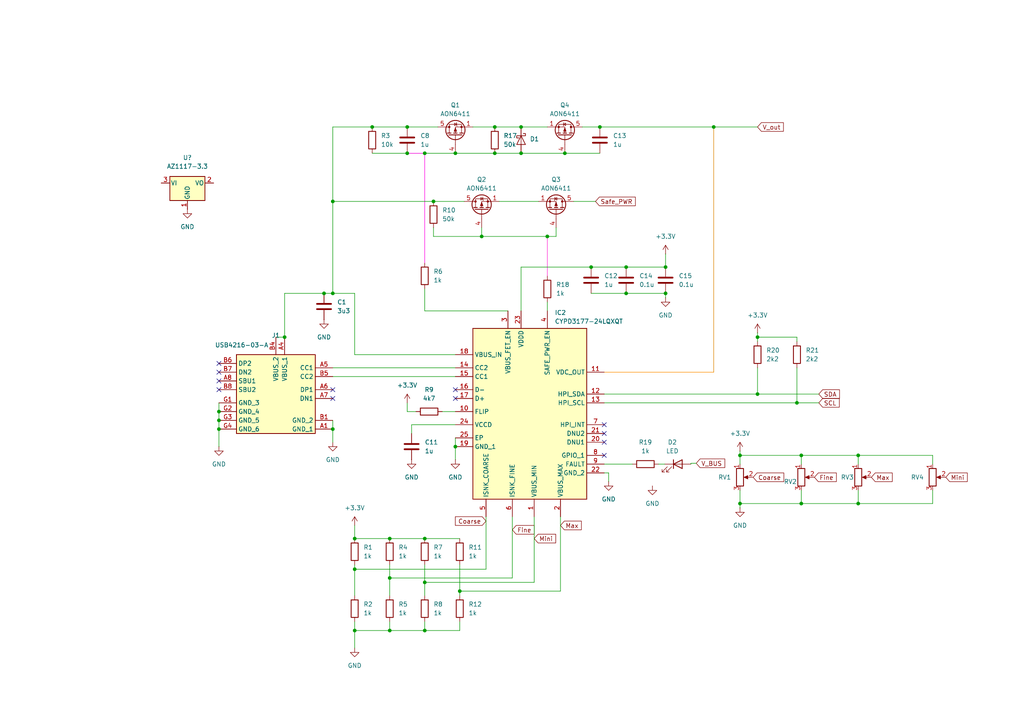
<source format=kicad_sch>
(kicad_sch (version 20250114) (generator "eeschema") (generator_version "9.0")
  (paper "A4")
  (lib_symbols
    (symbol "Amjads_Lib:CYPD3177-24LQXQT"
      (property "Reference" "IC" (at 21.844 30.226 0))
      (property "Value" "CYPD3177-24LQXQT" (at 20.828 27.686 0))
      (symbol "CYPD3177-24LQXQT_1_1"
        (rectangle (start -13.97 24.13) (end 19.05 -25.4) (stroke (width 0.254)) (fill (type background)))
        (pin passive line (at -19.05 16.51 0) (length 5.08) (name "VBUS_IN") (number "18"))
        (pin passive line (at -19.05 12.7 0) (length 5.08) (name "CC2") (number "14"))
        (pin passive line (at -19.05 10.16 0) (length 5.08) (name "CC1") (number "15"))
        (pin passive line (at -19.05 6.35 0) (length 5.08) (name "D-") (number "16"))
        (pin passive line (at -19.05 3.81 0) (length 5.08) (name "D+") (number "17"))
        (pin passive line (at -19.05 0 0) (length 5.08) (name "FLIP") (number "10"))
        (pin passive line (at -19.05 -3.81 0) (length 5.08) (name "VCCD") (number "24"))
        (pin passive line (at -19.05 -7.62 0) (length 5.08) (name "EP") (number "25"))
        (pin passive line (at -19.05 -10.16 0) (length 5.08) (name "GND_1") (number "19"))
        (pin passive line (at -10.16 -30.48 90) (length 5.08) (name "ISNK_COARSE") (number "5"))
        (pin passive line (at -3.81 29.21 270) (length 5.08) (name "VBUS_FET_EN") (number "3"))
        (pin passive line (at -2.54 -30.48 90) (length 5.08) (name "ISNK_FINE") (number "6"))
        (pin passive line (at 0 29.21 270) (length 5.08) (name "VDDD") (number "23"))
        (pin passive line (at 3.81 -30.48 90) (length 5.08) (name "VBUS_MIN") (number "1"))
        (pin passive line (at 7.62 29.21 270) (length 5.08) (name "SAFE_PWR_EN") (number "4"))
        (pin passive line (at 11.43 -30.48 90) (length 5.08) (name "VBUS_MAX") (number "2"))
        (pin passive line (at 24.13 11.43 180) (length 5.08) (name "VDC_OUT") (number "11"))
        (pin passive line (at 24.13 5.08 180) (length 5.08) (name "HPI_SDA") (number "12"))
        (pin passive line (at 24.13 2.54 180) (length 5.08) (name "HPI_SCL") (number "13"))
        (pin passive line (at 24.13 -3.81 180) (length 5.08) (name "HPI_INT") (number "7"))
        (pin passive line (at 24.13 -6.35 180) (length 5.08) (name "DNU2") (number "21"))
        (pin passive line (at 24.13 -8.89 180) (length 5.08) (name "DNU1") (number "20"))
        (pin passive line (at 24.13 -12.7 180) (length 5.08) (name "GPIO_1") (number "8"))
        (pin passive line (at 24.13 -15.24 180) (length 5.08) (name "FAULT") (number "9"))
        (pin passive line (at 24.13 -17.78 180) (length 5.08) (name "GND_2") (number "22"))
      )
    )
    (symbol "Amjads_Lib:USB4216-03-A"
      (property "Reference" "J?" (at 16.51 8.128 0))
      (property "Value" "USB4216-03-A" (at 16.256 10.16 0))
      (symbol "USB4216-03-A_1_1"
        (rectangle (start 5.08 2.54) (end 27.94 -20.32) (stroke (width 0.254)) (fill (type background)))
        (pin passive line (at 0 -1.27 0) (length 5.08) (name "CC1") (number "A5"))
        (pin passive line (at 0 -3.81 0) (length 5.08) (name "CC2") (number "B5"))
        (pin passive line (at 0 -7.62 0) (length 5.08) (name "DP1") (number "A6"))
        (pin passive line (at 0 -10.16 0) (length 5.08) (name "DN1") (number "A7"))
        (pin passive line (at 0 -16.51 0) (length 5.08) (name "GND_2") (number "B1"))
        (pin passive line (at 0 -19.05 0) (length 5.08) (name "GND_1") (number "A1"))
        (pin passive line (at 13.97 7.62 270) (length 5.08) (name "VBUS_1") (number "A4"))
        (pin passive line (at 16.51 7.62 270) (length 5.08) (name "VBUS_2") (number "B4"))
        (pin passive line (at 33.02 0 180) (length 5.08) (name "DP2") (number "B6"))
        (pin passive line (at 33.02 -2.54 180) (length 5.08) (name "DN2") (number "B7"))
        (pin passive line (at 33.02 -5.08 180) (length 5.08) (name "SBU1") (number "A8"))
        (pin passive line (at 33.02 -7.62 180) (length 5.08) (name "SBU2") (number "B8"))
        (pin passive line (at 33.02 -11.43 180) (length 5.08) (name "GND_3") (number "G1"))
        (pin passive line (at 33.02 -13.97 180) (length 5.08) (name "GND_4") (number "G2"))
        (pin passive line (at 33.02 -16.51 180) (length 5.08) (name "GND_5") (number "G3"))
        (pin passive line (at 33.02 -19.05 180) (length 5.08) (name "GND_6") (number "G4"))
      )
    )
    (symbol "Device:C" (pin_numbers (hide yes)) (pin_names (offset 0.254))
      (property "Reference" "C" (at 0.635 2.54 0))
      (property "Value" "C" (at 0.635 -2.54 0))
      (symbol "C_0_1"
        (polyline (pts (xy -2.032 0.762) (xy 2.032 0.762)) (stroke (width 0.508)))
        (polyline (pts (xy -2.032 -0.762) (xy 2.032 -0.762)) (stroke (width 0.508)))
      )
      (symbol "C_1_1"
        (pin passive line (at 0 3.81 270) (length 2.794) (name "~") (number "1"))
        (pin passive line (at 0 -3.81 90) (length 2.794) (name "~") (number "2"))
      )
    )
    (symbol "Device:LED" (pin_numbers (hide yes)) (pin_names (offset 1.016) (hide yes))
      (property "Reference" "D" (at 0 2.54 0))
      (property "Value" "LED" (at 0 -2.54 0))
      (symbol "LED_0_1"
        (polyline (pts (xy -3.048 -0.762) (xy -4.572 -2.286) (xy -3.81 -2.286) (xy -4.572 -2.286) (xy -4.572 -1.524)))
        (polyline (pts (xy -1.778 -0.762) (xy -3.302 -2.286) (xy -2.54 -2.286) (xy -3.302 -2.286) (xy -3.302 -1.524)))
        (polyline (pts (xy -1.27 0) (xy 1.27 0)))
        (polyline (pts (xy -1.27 -1.27) (xy -1.27 1.27)) (stroke (width 0.254)))
        (polyline (pts (xy 1.27 -1.27) (xy 1.27 1.27) (xy -1.27 0) (xy 1.27 -1.27)) (stroke (width 0.254)))
      )
      (symbol "LED_1_1"
        (pin passive line (at -3.81 0 0) (length 2.54) (name "K") (number "1"))
        (pin passive line (at 3.81 0 180) (length 2.54) (name "A") (number "2"))
      )
    )
    (symbol "Device:R" (pin_numbers (hide yes)) (pin_names (offset 0))
      (property "Reference" "R" (at 2.032 0 90))
      (property "Value" "R" (at 0 0 90))
      (symbol "R_0_1"
        (rectangle (start -1.016 -2.54) (end 1.016 2.54) (stroke (width 0.254)))
      )
      (symbol "R_1_1"
        (pin passive line (at 0 3.81 270) (length 1.27) (name "~") (number "1"))
        (pin passive line (at 0 -3.81 90) (length 1.27) (name "~") (number "2"))
      )
    )
    (symbol "Device:R_Potentiometer" (pin_names (offset 1.016) (hide yes))
      (property "Reference" "RV" (at -4.445 0 90))
      (property "Value" "R_Potentiometer" (at -2.54 0 90))
      (symbol "R_Potentiometer_0_1"
        (rectangle (start 1.016 2.54) (end -1.016 -2.54) (stroke (width 0.254)))
        (polyline (pts (xy 1.143 0) (xy 2.286 0.508) (xy 2.286 -0.508) (xy 1.143 0)) (fill (type outline)))
        (polyline (pts (xy 2.54 0) (xy 1.524 0)))
      )
      (symbol "R_Potentiometer_1_1"
        (pin passive line (at 0 3.81 270) (length 1.27) (name "1") (number "1"))
        (pin passive line (at 0 -3.81 90) (length 1.27) (name "3") (number "3"))
        (pin passive line (at 3.81 0 180) (length 1.27) (name "2") (number "2"))
      )
    )
    (symbol "Diode:PMEG030V050EPD" (pin_numbers (hide yes)) (pin_names (hide yes))
      (property "Reference" "D" (at 0 2.54 0))
      (property "Value" "PMEG030V050EPD" (at 0 -2.54 0))
      (symbol "PMEG030V050EPD_0_1"
        (polyline (pts (xy -1.905 0.635) (xy -1.905 1.27) (xy -1.27 1.27) (xy -1.27 -1.27) (xy -0.635 -1.27) (xy -0.635 -0.635)) (stroke (width 0.2032)))
        (polyline (pts (xy 1.27 1.27) (xy 1.27 -1.27) (xy -1.27 0) (xy 1.27 1.27)) (stroke (width 0.2032)))
        (polyline (pts (xy 1.27 0) (xy -1.27 0)))
      )
      (symbol "PMEG030V050EPD_1_1"
        (pin passive line (at -3.81 0 0) (length 2.54) (name "K") (number "3"))
        (pin passive line (at 3.81 0 180) (length 2.54) (name "A") (number "1"))
        (pin passive line (at 3.81 0 180) (length 2.54) (hide yes) (name "A") (number "2"))
      )
    )
    (symbol "Regulator_Linear:AZ1117-3.3" (pin_names (offset 0.254))
      (property "Reference" "U" (at -3.81 3.175 0))
      (property "Value" "AZ1117-3.3" (at 0 3.175 0))
      (symbol "AZ1117-3.3_0_1"
        (rectangle (start -5.08 1.905) (end 5.08 -5.08) (stroke (width 0.254)) (fill (type background)))
      )
      (symbol "AZ1117-3.3_1_1"
        (pin power_in line (at -7.62 0 0) (length 2.54) (name "VI") (number "3"))
        (pin power_in line (at 0 -7.62 90) (length 2.54) (name "GND") (number "1"))
        (pin power_out line (at 7.62 0 180) (length 2.54) (name "VO") (number "2"))
      )
    )
    (symbol "Transistor_FET:AON6411" (pin_names (hide yes))
      (property "Reference" "Q" (at 5.08 1.905 0))
      (property "Value" "AON6411" (at 5.08 0 0))
      (symbol "AON6411_0_1"
        (polyline (pts (xy 0.254 1.905) (xy 0.254 -1.905)) (stroke (width 0.254)))
        (polyline (pts (xy 0.254 0) (xy -2.54 0)))
        (polyline (pts (xy 0.762 2.286) (xy 0.762 1.27)) (stroke (width 0.254)))
        (polyline (pts (xy 0.762 1.778) (xy 3.302 1.778) (xy 3.302 -1.778) (xy 0.762 -1.778)))
        (polyline (pts (xy 0.762 0.508) (xy 0.762 -0.508)) (stroke (width 0.254)))
        (polyline (pts (xy 0.762 -1.27) (xy 0.762 -2.286)) (stroke (width 0.254)))
        (circle (center 1.651 0) (radius 2.794) (stroke (width 0.254)))
        (polyline (pts (xy 2.286 0) (xy 1.27 0.381) (xy 1.27 -0.381) (xy 2.286 0)) (fill (type outline)))
        (polyline (pts (xy 2.54 2.54) (xy 2.54 1.778)))
        (circle (center 2.54 1.778) (radius 0.254) (fill (type outline)))
        (circle (center 2.54 -1.778) (radius 0.254) (fill (type outline)))
        (polyline (pts (xy 2.54 -2.54) (xy 2.54 0) (xy 0.762 0)))
        (polyline (pts (xy 2.794 -0.508) (xy 2.921 -0.381) (xy 3.683 -0.381) (xy 3.81 -0.254)))
        (polyline (pts (xy 3.302 -0.381) (xy 2.921 0.254) (xy 3.683 0.254) (xy 3.302 -0.381)))
      )
      (symbol "AON6411_1_1"
        (pin input line (at -5.08 0 0) (length 2.54) (name "G") (number "4"))
        (pin passive line (at 2.54 5.08 270) (length 2.54) (name "D") (number "5"))
        (pin passive line (at 2.54 -5.08 90) (length 2.54) (name "S") (number "1"))
        (pin passive line (at 2.54 -5.08 90) (length 2.54) (hide yes) (name "S") (number "2"))
        (pin passive line (at 2.54 -5.08 90) (length 2.54) (hide yes) (name "S") (number "3"))
      )
    )
    (symbol "power:+3.3V" (power) (pin_numbers (hide yes)) (pin_names (offset 0) (hide yes))
      (property "Value" "+3.3V" (at 0 3.556 0))
      (symbol "+3.3V_0_1"
        (polyline (pts (xy -0.762 1.27) (xy 0 2.54)))
        (polyline (pts (xy 0 2.54) (xy 0.762 1.27)))
        (polyline (pts (xy 0 0) (xy 0 2.54)))
      )
      (symbol "+3.3V_1_1"
        (pin power_in line (at 0 0 90) (length 0) (name "~") (number "1"))
      )
    )
    (symbol "power:GND" (power) (pin_numbers (hide yes)) (pin_names (offset 0) (hide yes))
      (property "Value" "GND" (at 0 -3.81 0))
      (symbol "GND_0_1"
        (polyline (pts (xy 0 0) (xy 0 -1.27) (xy 1.27 -1.27) (xy 0 -2.54) (xy -1.27 -1.27) (xy 0 -1.27)))
      )
      (symbol "GND_1_1"
        (pin power_in line (at 0 0 270) (length 0) (name "~") (number "1"))
      )
    )
  )
  (junction (at 118.11 44.45))
  (junction (at 232.41 132.08))
  (junction (at 96.52 58.42))
  (junction (at 181.61 85.09))
  (junction (at 232.41 146.05))
  (junction (at 107.95 36.83))
  (junction (at 113.03 167.64))
  (junction (at 139.7 68.58))
  (junction (at 151.13 36.83))
  (junction (at 143.51 44.45))
  (junction (at 132.08 44.45))
  (junction (at 118.11 36.83))
  (junction (at 63.5 124.46))
  (junction (at 163.83 44.45))
  (junction (at 231.14 116.84))
  (junction (at 248.92 132.08))
  (junction (at 158.75 68.58))
  (junction (at 63.5 119.38))
  (junction (at 151.13 44.45))
  (junction (at 102.87 165.1))
  (junction (at 214.63 132.08))
  (junction (at 248.92 146.05))
  (junction (at 82.55 97.79))
  (junction (at 219.71 97.79))
  (junction (at 93.98 85.09))
  (junction (at 133.35 171.45))
  (junction (at 96.52 85.09))
  (junction (at 123.19 156.21))
  (junction (at 113.03 156.21))
  (junction (at 193.04 77.47))
  (junction (at 102.87 182.88))
  (junction (at 173.99 36.83))
  (junction (at 181.61 77.47))
  (junction (at 193.04 85.09))
  (junction (at 113.03 182.88))
  (junction (at 63.5 121.92))
  (junction (at 171.45 77.47))
  (junction (at 207.01 36.83))
  (junction (at 125.73 58.42))
  (junction (at 143.51 36.83))
  (junction (at 123.19 168.91))
  (junction (at 123.19 44.45))
  (junction (at 214.63 146.05))
  (junction (at 123.19 182.88))
  (junction (at 132.08 129.54))
  (junction (at 219.71 114.3))
  (junction (at 102.87 156.21))
  (junction (at 96.52 124.46))
  (no_connect (at 63.5 113.03))
  (no_connect (at 63.5 110.49))
  (no_connect (at 96.52 113.03))
  (no_connect (at 96.52 115.57))
  (no_connect (at 132.08 115.57))
  (no_connect (at 63.5 105.41))
  (no_connect (at 175.26 125.73))
  (no_connect (at 175.26 123.19))
  (no_connect (at 132.08 113.03))
  (no_connect (at 175.26 128.27))
  (no_connect (at 175.26 132.08))
  (no_connect (at 63.5 107.95))
  (wire (pts (xy 63.5 121.92) (xy 63.5 124.46)))
  (wire (pts (xy 82.55 85.09) (xy 82.55 97.79)))
  (wire (pts (xy 132.08 102.87) (xy 102.87 102.87)))
  (wire (pts (xy 123.19 90.17) (xy 147.32 90.17)))
  (wire (pts (xy 125.73 68.58) (xy 125.73 66.04)))
  (wire (pts (xy 207.01 36.83) (xy 207.01 107.95)) (stroke (width 0) (color 221 133 0 1)))
  (wire (pts (xy 102.87 165.1) (xy 102.87 172.72)))
  (wire (pts (xy 96.52 121.92) (xy 96.52 124.46)))
  (wire (pts (xy 113.03 182.88) (xy 123.19 182.88)))
  (wire (pts (xy 63.5 119.38) (xy 63.5 121.92)))
  (wire (pts (xy 63.5 116.84) (xy 63.5 119.38)))
  (wire (pts (xy 123.19 182.88) (xy 123.19 180.34)))
  (wire (pts (xy 96.52 124.46) (xy 96.52 128.27)))
  (wire (pts (xy 232.41 134.62) (xy 232.41 132.08)))
  (wire (pts (xy 113.03 180.34) (xy 113.03 182.88)))
  (wire (pts (xy 175.26 134.62) (xy 183.388 134.62)))
  (wire (pts (xy 143.51 44.45) (xy 151.13 44.45)))
  (wire (pts (xy 102.87 156.21) (xy 113.03 156.21)))
  (wire (pts (xy 219.71 106.68) (xy 219.71 114.3)))
  (wire (pts (xy 144.78 58.42) (xy 156.21 58.42)))
  (wire (pts (xy 200.406 134.366) (xy 200.406 134.62)))
  (wire (pts (xy 193.04 85.09) (xy 193.04 86.36)))
  (wire (pts (xy 200.406 134.366) (xy 201.93 134.366)))
  (wire (pts (xy 219.71 97.79) (xy 219.71 99.06)))
  (wire (pts (xy 163.83 44.45) (xy 173.99 44.45)))
  (wire (pts (xy 96.52 36.83) (xy 107.95 36.83)))
  (wire (pts (xy 231.14 99.06) (xy 231.14 97.79)))
  (wire (pts (xy 214.63 130.81) (xy 214.63 132.08)))
  (wire (pts (xy 175.26 137.16) (xy 176.53 137.16)))
  (wire (pts (xy 133.35 182.88) (xy 133.35 180.34)))
  (wire (pts (xy 171.45 85.09) (xy 181.61 85.09)))
  (wire (pts (xy 143.51 36.83) (xy 151.13 36.83)))
  (wire (pts (xy 175.26 114.3) (xy 219.71 114.3)))
  (wire (pts (xy 248.92 142.24) (xy 248.92 146.05)))
  (wire (pts (xy 125.73 68.58) (xy 139.7 68.58)))
  (wire (pts (xy 191.008 134.62) (xy 192.786 134.62)))
  (wire (pts (xy 93.98 85.09) (xy 96.52 85.09)))
  (wire (pts (xy 176.53 137.16) (xy 176.53 139.7)))
  (wire (pts (xy 219.71 114.3) (xy 237.49 114.3)))
  (wire (pts (xy 161.29 68.58) (xy 161.29 66.04)))
  (wire (pts (xy 102.87 163.83) (xy 102.87 165.1)))
  (wire (pts (xy 151.13 44.45) (xy 163.83 44.45)))
  (wire (pts (xy 119.38 123.19) (xy 119.38 125.73)))
  (wire (pts (xy 123.19 156.21) (xy 113.03 156.21)))
  (wire (pts (xy 270.51 132.08) (xy 248.92 132.08)))
  (wire (pts (xy 214.63 146.05) (xy 232.41 146.05)))
  (wire (pts (xy 139.7 68.58) (xy 139.7 66.04)))
  (wire (pts (xy 123.19 44.45) (xy 132.08 44.45)))
  (wire (pts (xy 96.52 109.22) (xy 132.08 109.22)))
  (wire (pts (xy 207.01 36.83) (xy 219.71 36.83)))
  (wire (pts (xy 96.52 85.09) (xy 102.87 85.09)))
  (wire (pts (xy 151.13 77.47) (xy 171.45 77.47)))
  (wire (pts (xy 102.87 182.88) (xy 113.03 182.88)))
  (wire (pts (xy 151.13 77.47) (xy 151.13 90.17)))
  (wire (pts (xy 93.98 85.09) (xy 82.55 85.09)))
  (wire (pts (xy 214.63 142.24) (xy 214.63 146.05)))
  (wire (pts (xy 123.19 163.83) (xy 123.19 168.91)))
  (wire (pts (xy 132.08 127) (xy 132.08 129.54)))
  (wire (pts (xy 154.94 149.86) (xy 154.94 168.91)))
  (wire (pts (xy 231.14 116.84) (xy 237.49 116.84)))
  (wire (pts (xy 113.03 167.64) (xy 148.59 167.64)))
  (wire (pts (xy 175.26 116.84) (xy 231.14 116.84)))
  (wire (pts (xy 158.75 68.58) (xy 161.29 68.58)))
  (wire (pts (xy 118.11 36.83) (xy 127 36.83)))
  (wire (pts (xy 219.71 96.52) (xy 219.71 97.79)))
  (wire (pts (xy 166.37 58.42) (xy 172.72 58.42)))
  (wire (pts (xy 102.87 180.34) (xy 102.87 182.88)))
  (wire (pts (xy 214.63 132.08) (xy 214.63 134.62)))
  (wire (pts (xy 128.27 119.38) (xy 132.08 119.38)))
  (wire (pts (xy 113.03 163.83) (xy 113.03 167.64)))
  (wire (pts (xy 171.45 77.47) (xy 181.61 77.47)))
  (wire (pts (xy 162.56 149.86) (xy 162.56 171.45)))
  (wire (pts (xy 102.87 102.87) (xy 102.87 85.09)))
  (wire (pts (xy 96.52 58.42) (xy 125.73 58.42)))
  (wire (pts (xy 173.99 36.83) (xy 207.01 36.83)))
  (wire (pts (xy 139.7 68.58) (xy 158.75 68.58)))
  (wire (pts (xy 219.71 97.79) (xy 231.14 97.79)))
  (wire (pts (xy 148.59 149.86) (xy 148.59 167.64)))
  (wire (pts (xy 214.63 132.08) (xy 232.41 132.08)))
  (wire (pts (xy 107.95 36.83) (xy 118.11 36.83)))
  (wire (pts (xy 168.91 36.83) (xy 173.99 36.83)))
  (wire (pts (xy 270.51 146.05) (xy 248.92 146.05)))
  (wire (pts (xy 140.97 149.86) (xy 140.97 165.1)))
  (wire (pts (xy 270.51 134.62) (xy 270.51 132.08)))
  (wire (pts (xy 232.41 142.24) (xy 232.41 146.05)))
  (wire (pts (xy 270.51 142.24) (xy 270.51 146.05)))
  (wire (pts (xy 140.97 165.1) (xy 102.87 165.1)))
  (wire (pts (xy 118.11 44.45) (xy 123.19 44.45)))
  (wire (pts (xy 123.19 83.82) (xy 123.19 90.17)))
  (wire (pts (xy 232.41 146.05) (xy 248.92 146.05)))
  (wire (pts (xy 181.61 77.47) (xy 193.04 77.47)))
  (wire (pts (xy 118.11 44.45) (xy 123.19 44.45)) (stroke (width 0) (color 255 0 228 1)))
  (wire (pts (xy 158.75 68.58) (xy 158.75 80.01)) (stroke (width 0) (color 255 36 210 1)))
  (wire (pts (xy 133.35 156.21) (xy 123.19 156.21)))
  (wire (pts (xy 137.16 36.83) (xy 143.51 36.83)))
  (wire (pts (xy 214.63 146.05) (xy 214.63 147.32)))
  (wire (pts (xy 154.94 168.91) (xy 123.19 168.91)))
  (wire (pts (xy 102.87 152.4) (xy 102.87 156.21)))
  (wire (pts (xy 102.87 187.96) (xy 102.87 182.88)))
  (wire (pts (xy 248.92 132.08) (xy 248.92 134.62)))
  (wire (pts (xy 113.03 167.64) (xy 113.03 172.72)))
  (wire (pts (xy 232.41 132.08) (xy 248.92 132.08)))
  (wire (pts (xy 63.5 124.46) (xy 63.5 129.54)))
  (wire (pts (xy 96.52 106.68) (xy 132.08 106.68)))
  (wire (pts (xy 132.08 123.19) (xy 119.38 123.19)))
  (wire (pts (xy 132.08 44.45) (xy 143.51 44.45)))
  (wire (pts (xy 123.19 168.91) (xy 123.19 172.72)))
  (wire (pts (xy 193.04 73.66) (xy 193.04 77.47)))
  (wire (pts (xy 175.26 107.95) (xy 207.01 107.95)) (stroke (width 0) (color 255 144 0 1)))
  (wire (pts (xy 133.35 163.83) (xy 133.35 171.45)))
  (wire (pts (xy 181.61 85.09) (xy 193.04 85.09)))
  (wire (pts (xy 96.52 36.83) (xy 96.52 58.42)))
  (wire (pts (xy 118.11 116.84) (xy 118.11 119.38)))
  (wire (pts (xy 123.19 44.45) (xy 123.19 76.2)) (stroke (width 0) (color 255 0 228 1)))
  (wire (pts (xy 132.08 129.54) (xy 132.08 133.35)))
  (wire (pts (xy 133.35 171.45) (xy 133.35 172.72)))
  (wire (pts (xy 158.75 87.63) (xy 158.75 90.17)))
  (wire (pts (xy 123.19 182.88) (xy 133.35 182.88)))
  (wire (pts (xy 118.11 119.38) (xy 120.65 119.38)))
  (wire (pts (xy 231.14 106.68) (xy 231.14 116.84)))
  (wire (pts (xy 151.13 36.83) (xy 158.75 36.83)))
  (wire (pts (xy 162.56 171.45) (xy 133.35 171.45)))
  (wire (pts (xy 96.52 58.42) (xy 96.52 85.09)))
  (wire (pts (xy 125.73 58.42) (xy 134.62 58.42)))
  (wire (pts (xy 107.95 44.45) (xy 118.11 44.45)))
  (wire (pts (xy 80.01 97.79) (xy 82.55 97.79)))
  (global_label "Coarse" (shape input) (at 140.97 151.13 180) (property "Intersheetrefs" "${INTERSHEET_REFS}" (effects (hide yes))))
  (global_label "Fine" (shape input) (at 148.59 153.67 0) (property "Intersheetrefs" "${INTERSHEET_REFS}" (effects (hide yes))))
  (global_label "Mini" (shape input) (at 274.32 138.43 0) (property "Intersheetrefs" "${INTERSHEET_REFS}" (effects (hide yes))))
  (global_label "V_BUS" (shape input) (at 201.93 134.366 0) (property "Intersheetrefs" "${INTERSHEET_REFS}" (effects (hide yes))))
  (global_label "SCL" (shape input) (at 237.49 116.84 0) (property "Intersheetrefs" "${INTERSHEET_REFS}" (effects (hide yes))))
  (global_label "Max" (shape input) (at 162.56 152.4 0) (property "Intersheetrefs" "${INTERSHEET_REFS}" (effects (hide yes))))
  (global_label "Fine" (shape input) (at 236.22 138.43 0) (property "Intersheetrefs" "${INTERSHEET_REFS}" (effects (hide yes))))
  (global_label "Mini" (shape input) (at 154.94 156.21 0) (property "Intersheetrefs" "${INTERSHEET_REFS}" (effects (hide yes))))
  (global_label "Coarse" (shape input) (at 218.44 138.43 0) (property "Intersheetrefs" "${INTERSHEET_REFS}" (effects (hide yes))))
  (global_label "Max" (shape input) (at 252.73 138.43 0) (property "Intersheetrefs" "${INTERSHEET_REFS}" (effects (hide yes))))
  (global_label "Safe_PWR" (shape input) (at 172.72 58.42 0) (property "Intersheetrefs" "${INTERSHEET_REFS}" (effects (hide yes))))
  (global_label "SDA" (shape input) (at 237.49 114.3 0) (property "Intersheetrefs" "${INTERSHEET_REFS}" (effects (hide yes))))
  (global_label "V_out" (shape input) (at 219.71 36.83 0) (property "Intersheetrefs" "${INTERSHEET_REFS}" (effects (hide yes))))
  (symbol (lib_id "power:+3.3V") (at 118.11 116.84 0) (unit 1)
    (property "Reference" "#PWR07" (effects (hide yes)))
    (property "Value" "+3.3V" (at 118.11 111.76 0))
    (property "Description" "Power symbol creates a global label with name \"+3.3V\"" (effects (hide yes)))
  )
  (symbol (lib_id "Device:R") (at 123.19 160.02 180) (unit 1)
    (property "Reference" "R7" (at 125.73 158.7499 0) (effects (justify right)))
    (property "Value" "1k" (at 125.73 161.2899 0) (effects (justify right)))
    (property "Footprint" "Resistor_SMD:R_0805_2012Metric_Pad1.20x1.40mm_HandSolder" (effects (hide yes)))
    (property "Description" "Resistor" (effects (hide yes)))
  )
  (symbol (lib_id "Device:C") (at 173.99 40.64 0) (unit 1)
    (property "Reference" "C13" (at 177.8 39.3699 0) (effects (justify left)))
    (property "Value" "1u" (at 177.8 41.9099 0) (effects (justify left)))
    (property "Footprint" "Capacitor_SMD:C_0805_2012Metric_Pad1.18x1.45mm_HandSolder" (effects (hide yes)))
    (property "Description" "Unpolarized capacitor" (effects (hide yes)))
  )
  (symbol (lib_id "Device:R") (at 107.95 40.64 0) (unit 1)
    (property "Reference" "R3" (at 110.49 39.3699 0) (effects (justify left)))
    (property "Value" "10k" (at 110.49 41.9099 0) (effects (justify left)))
    (property "Footprint" "Resistor_SMD:R_0805_2012Metric_Pad1.20x1.40mm_HandSolder" (effects (hide yes)))
    (property "Description" "Resistor" (effects (hide yes)))
  )
  (symbol (lib_id "power:GND") (at 119.38 133.35 0) (unit 1)
    (property "Reference" "#PWR09" (effects (hide yes)))
    (property "Value" "GND" (at 119.38 138.43 0))
    (property "Description" "Power symbol creates a global label with name \"GND\" , ground" (effects (hide yes)))
  )
  (symbol (lib_id "Device:R_Potentiometer") (at 214.63 138.43 0) (unit 1)
    (property "Reference" "RV1" (at 212.09 138.4299 0) (effects (justify right)))
    (property "Value" "R_Potentiometer" (effects (hide yes)))
    (property "Footprint" "Potentiometer_THT:Potentiometer_Piher_PT-6-V_Vertical" (effects (hide yes)))
    (property "Description" "Potentiometer" (effects (hide yes)))
  )
  (symbol (lib_id "power:GND") (at 214.63 147.32 0) (unit 1)
    (property "Reference" "#PWR013" (effects (hide yes)))
    (property "Value" "GND" (at 214.63 152.4 0))
    (property "Description" "Power symbol creates a global label with name \"GND\" , ground" (effects (hide yes)))
  )
  (symbol (lib_id "Device:R") (at 133.35 160.02 180) (unit 1)
    (property "Reference" "R11" (at 135.89 158.7499 0) (effects (justify right)))
    (property "Value" "1k" (at 135.89 161.2899 0) (effects (justify right)))
    (property "Footprint" "Resistor_SMD:R_0805_2012Metric_Pad1.20x1.40mm_HandSolder" (effects (hide yes)))
    (property "Description" "Resistor" (effects (hide yes)))
  )
  (symbol (lib_id "Device:C") (at 181.61 81.28 0) (unit 1)
    (property "Reference" "C14" (at 185.42 80.0099 0) (effects (justify left)))
    (property "Value" "0.1u" (at 185.42 82.5499 0) (effects (justify left)))
    (property "Footprint" "Capacitor_SMD:C_0805_2012Metric_Pad1.18x1.45mm_HandSolder" (effects (hide yes)))
    (property "Description" "Unpolarized capacitor" (effects (hide yes)))
  )
  (symbol (lib_id "Device:R") (at 231.14 102.87 180) (unit 1)
    (property "Reference" "R21" (at 233.68 101.5999 0) (effects (justify right)))
    (property "Value" "2k2" (at 233.68 104.1399 0) (effects (justify right)))
    (property "Footprint" "Resistor_SMD:R_0805_2012Metric_Pad1.20x1.40mm_HandSolder" (effects (hide yes)))
    (property "Description" "Resistor" (effects (hide yes)))
  )
  (symbol (lib_id "power:GND") (at 189.23 140.97 0) (unit 1)
    (property "Reference" "#PWR06" (effects (hide yes)))
    (property "Value" "GND" (at 189.23 146.05 0))
    (property "Description" "Power symbol creates a global label with name \"GND\" , ground" (effects (hide yes)))
  )
  (symbol (lib_id "Device:R") (at 102.87 176.53 180) (unit 1)
    (property "Reference" "R2" (at 105.41 175.2599 0) (effects (justify right)))
    (property "Value" "1k" (at 105.41 177.7999 0) (effects (justify right)))
    (property "Footprint" "Resistor_SMD:R_0805_2012Metric_Pad1.20x1.40mm_HandSolder" (effects (hide yes)))
    (property "Description" "Resistor" (effects (hide yes)))
  )
  (symbol (lib_id "power:GND") (at 93.98 92.71 0) (mirror y) (unit 1)
    (property "Reference" "#PWR03" (effects (hide yes)))
    (property "Value" "GND" (at 93.98 97.79 0))
    (property "Description" "Power symbol creates a global label with name \"GND\" , ground" (effects (hide yes)))
  )
  (symbol (lib_id "Device:R_Potentiometer") (at 270.51 138.43 0) (unit 1)
    (property "Reference" "RV4" (at 267.97 138.4299 0) (effects (justify right)))
    (property "Value" "R_Potentiometer" (effects (hide yes)))
    (property "Footprint" "Potentiometer_THT:Potentiometer_Piher_PT-6-V_Vertical" (effects (hide yes)))
    (property "Description" "Potentiometer" (effects (hide yes)))
  )
  (symbol (lib_id "Device:R") (at 219.71 102.87 180) (unit 1)
    (property "Reference" "R20" (at 222.25 101.5999 0) (effects (justify right)))
    (property "Value" "2k2" (at 222.25 104.1399 0) (effects (justify right)))
    (property "Footprint" "Resistor_SMD:R_0805_2012Metric_Pad1.20x1.40mm_HandSolder" (effects (hide yes)))
    (property "Description" "Resistor" (effects (hide yes)))
  )
  (symbol (lib_id "Device:R") (at 123.19 80.01 0) (unit 1)
    (property "Reference" "R6" (at 125.73 78.7399 0) (effects (justify left)))
    (property "Value" "1k" (at 125.73 81.2799 0) (effects (justify left)))
    (property "Footprint" "Resistor_SMD:R_0805_2012Metric_Pad1.20x1.40mm_HandSolder" (effects (hide yes)))
    (property "Description" "Resistor" (effects (hide yes)))
  )
  (symbol (lib_id "Device:R") (at 102.87 160.02 180) (unit 1)
    (property "Reference" "R1" (at 105.41 158.7499 0) (effects (justify right)))
    (property "Value" "1k" (at 105.41 161.2899 0) (effects (justify right)))
    (property "Footprint" "Resistor_SMD:R_0805_2012Metric_Pad1.20x1.40mm_HandSolder" (effects (hide yes)))
    (property "Description" "Resistor" (effects (hide yes)))
  )
  (symbol (lib_id "Device:R") (at 123.19 176.53 180) (unit 1)
    (property "Reference" "R8" (at 125.73 175.2599 0) (effects (justify right)))
    (property "Value" "1k" (at 125.73 177.7999 0) (effects (justify right)))
    (property "Footprint" "Resistor_SMD:R_0805_2012Metric_Pad1.20x1.40mm_HandSolder" (effects (hide yes)))
    (property "Description" "Resistor" (effects (hide yes)))
  )
  (symbol (lib_id "Transistor_FET:AON6411") (at 139.7 60.96 90) (unit 1)
    (property "Reference" "Q2" (at 139.7 52.07 90))
    (property "Value" "AON6411" (at 139.7 54.61 90))
    (property "Footprint" "Package_DFN_QFN:AO_DFN-8-1EP_5.55x5.2mm_P1.27mm_EP4.12x4.6mm" (effects (hide yes)))
    (property "Datasheet" "http://www.aosmd.com/res/data_sheets/AON6411.pdf" (effects (hide yes)))
    (property "Description" "-85A Id, -20V Vds, P-Channel MOSFET, DFN-8" (effects (hide yes)))
  )
  (symbol (lib_id "power:GND") (at 54.356 60.706 0) (mirror y) (unit 1)
    (property "Reference" "#PWR016" (effects (hide yes)))
    (property "Value" "GND" (at 54.356 65.786 0))
    (property "Description" "Power symbol creates a global label with name \"GND\" , ground" (effects (hide yes)))
  )
  (symbol (lib_id "Device:R_Potentiometer") (at 248.92 138.43 0) (unit 1)
    (property "Reference" "RV3" (at 247.65 138.43 0) (effects (justify right)))
    (property "Value" "R_Potentiometer" (effects (hide yes)))
    (property "Footprint" "Potentiometer_THT:Potentiometer_Piher_PT-6-V_Vertical" (effects (hide yes)))
    (property "Description" "Potentiometer" (effects (hide yes)))
  )
  (symbol (lib_id "power:GND") (at 132.08 133.35 0) (unit 1)
    (property "Reference" "#PWR08" (effects (hide yes)))
    (property "Value" "GND" (at 132.08 138.43 0))
    (property "Description" "Power symbol creates a global label with name \"GND\" , ground" (effects (hide yes)))
  )
  (symbol (lib_id "Device:R") (at 143.51 40.64 0) (unit 1)
    (property "Reference" "R17" (at 146.05 39.3699 0) (effects (justify left)))
    (property "Value" "50k" (at 146.05 41.9099 0) (effects (justify left)))
    (property "Footprint" "Resistor_SMD:R_0805_2012Metric_Pad1.20x1.40mm_HandSolder" (effects (hide yes)))
    (property "Description" "Resistor" (effects (hide yes)))
  )
  (symbol (lib_id "Amjads_Lib:USB4216-03-A") (at 96.52 105.41 0) (mirror y) (unit 1)
    (property "Reference" "J1" (at 80.01 97.282 0))
    (property "Value" "USB4216-03-A" (at 70.104 100.076 0))
    (property "Footprint" "Connector_USB:USB_C_Receptacle_GCT_USB4105-xx-A_16P_TopMnt_Horizontal" (effects (hide yes)))
    (property "Description" "USB Connectors USB C Receptacle, Short Body, USB2.0, 16Pin, Horizontal, SMT" (effects (hide yes)))
    (property "Mouser Part Number" "640-USB4216-03-A" (effects (hide yes)))
    (property "Mouser Price/Stock" "https://www.mouser.co.uk/ProductDetail/GCT/USB4216-03-A?qs=Tc%252BHE9vUsnv1G2UWLFIexA%3D%3D" (effects (hide yes)))
    (property "Manufacturer_Name" "GCT (GLOBAL CONNECTOR TECHNOLOGY)" (effects (hide yes)))
    (property "Manufacturer_Part_Number" "USB4216-03-A" (effects (hide yes)))
  )
  (symbol (lib_id "Device:R") (at 124.46 119.38 90) (unit 1)
    (property "Reference" "R9" (at 124.46 113.03 90))
    (property "Value" "4k7" (at 124.46 115.57 90))
    (property "Footprint" "Resistor_SMD:R_0805_2012Metric_Pad1.20x1.40mm_HandSolder" (effects (hide yes)))
    (property "Description" "Resistor" (effects (hide yes)))
  )
  (symbol (lib_id "Device:R_Potentiometer") (at 232.41 138.43 0) (unit 1)
    (property "Reference" "RV2" (at 231.14 139.7 0) (effects (justify right)))
    (property "Value" "R_Potentiometer" (effects (hide yes)))
    (property "Footprint" "Potentiometer_THT:Potentiometer_Piher_PT-6-V_Vertical" (effects (hide yes)))
    (property "Description" "Potentiometer" (effects (hide yes)))
  )
  (symbol (lib_id "Device:R") (at 125.73 62.23 0) (unit 1)
    (property "Reference" "R10" (at 128.27 60.9599 0) (effects (justify left)))
    (property "Value" "50k" (at 128.27 63.4999 0) (effects (justify left)))
    (property "Footprint" "Resistor_SMD:R_0805_2012Metric_Pad1.20x1.40mm_HandSolder" (effects (hide yes)))
    (property "Description" "Resistor" (effects (hide yes)))
  )
  (symbol (lib_id "Amjads_Lib:CYPD3177-24LQXQT") (at 151.13 119.38 0) (unit 1)
    (property "Reference" "IC2" (at 160.8933 90.678 0) (effects (justify left)))
    (property "Value" "CYPD3177-24LQXQT" (at 160.8933 93.218 0) (effects (justify left)))
    (property "Footprint" "Amjad_lib:CYPD3177-24LQXQT" (effects (hide yes)))
    (property "Datasheet" "https://www.cypress.com/file/460416/download" (effects (hide yes)))
    (property "Description" "USB Interface IC USB Type-C port controller  CYPD3177" (effects (hide yes)))
    (property "Height" "0.6" (effects (hide yes)))
    (property "Mouser Part Number" "727-CYPD3177-24LQXQT" (effects (hide yes)))
    (property "Mouser Price/Stock" "https://www.mouser.co.uk/ProductDetail/Infineon-Technologies/CYPD3177-24LQXQT?qs=PzGy0jfpSMvUfBLYWBYBLA%3D%3D" (effects (hide yes)))
    (property "Manufacturer_Name" "Infineon" (effects (hide yes)))
    (property "Manufacturer_Part_Number" "CYPD3177-24LQXQT" (effects (hide yes)))
  )
  (symbol (lib_id "Diode:PMEG030V050EPD") (at 151.13 40.64 270) (unit 1)
    (property "Reference" "D1" (at 153.67 40.3224 90) (effects (justify left)))
    (property "Value" "PMEG030V050EPD" (effects (hide yes)))
    (property "Footprint" "Package_TO_SOT_SMD:Nexperia_CFP15_SOT-1289" (effects (hide yes)))
    (property "Datasheet" "https://assets.nexperia.com/documents/data-sheet/PMEG030V050EPD.pdf" (effects (hide yes)))
    (property "Description" "30V, 5A low Vf MEGA Schottky barrier rectifier, SOT-1289" (effects (hide yes)))
  )
  (symbol (lib_id "power:GND") (at 193.04 86.36 0) (unit 1)
    (property "Reference" "#PWR04" (effects (hide yes)))
    (property "Value" "GND" (at 193.04 91.44 0))
    (property "Description" "Power symbol creates a global label with name \"GND\" , ground" (effects (hide yes)))
  )
  (symbol (lib_id "Regulator_Linear:AZ1117-3.3") (at 54.356 53.086 0) (unit 1)
    (property "Reference" "U?" (at 54.356 45.72 0))
    (property "Value" "AZ1117-3.3" (at 54.356 48.26 0))
    (property "Datasheet" "https://www.diodes.com/assets/Datasheets/AZ1117.pdf" (effects (hide yes)))
    (property "Description" "1A 20V Fixed LDO Linear Regulator, 3.3V, SOT-89/SOT-223/TO-220/TO-252/TO-263" (effects (hide yes)))
  )
  (symbol (lib_id "Device:R") (at 187.198 134.62 90) (unit 1)
    (property "Reference" "R19" (at 187.198 128.27 90))
    (property "Value" "1k" (at 187.198 130.81 90))
    (property "Footprint" "Resistor_SMD:R_0805_2012Metric_Pad1.20x1.40mm_HandSolder" (effects (hide yes)))
    (property "Description" "Resistor" (effects (hide yes)))
  )
  (symbol (lib_id "power:+3.3V") (at 219.71 96.52 0) (unit 1)
    (property "Reference" "#PWR014" (effects (hide yes)))
    (property "Value" "+3.3V" (at 219.71 91.44 0))
    (property "Description" "Power symbol creates a global label with name \"+3.3V\"" (effects (hide yes)))
  )
  (symbol (lib_id "Transistor_FET:AON6411") (at 132.08 39.37 90) (unit 1)
    (property "Reference" "Q1" (at 132.08 30.48 90))
    (property "Value" "AON6411" (at 132.08 33.02 90))
    (property "Footprint" "Package_DFN_QFN:AO_DFN-8-1EP_5.55x5.2mm_P1.27mm_EP4.12x4.6mm" (effects (hide yes)))
    (property "Datasheet" "http://www.aosmd.com/res/data_sheets/AON6411.pdf" (effects (hide yes)))
    (property "Description" "-85A Id, -20V Vds, P-Channel MOSFET, DFN-8" (effects (hide yes)))
  )
  (symbol (lib_id "power:GND") (at 63.5 129.54 0) (mirror y) (unit 1)
    (property "Reference" "#PWR02" (effects (hide yes)))
    (property "Value" "GND" (at 63.5 134.62 0))
    (property "Description" "Power symbol creates a global label with name \"GND\" , ground" (effects (hide yes)))
  )
  (symbol (lib_id "power:+3.3V") (at 214.63 130.81 0) (unit 1)
    (property "Reference" "#PWR012" (effects (hide yes)))
    (property "Value" "+3.3V" (at 214.63 125.73 0))
    (property "Description" "Power symbol creates a global label with name \"+3.3V\"" (effects (hide yes)))
  )
  (symbol (lib_id "Device:R") (at 133.35 176.53 180) (unit 1)
    (property "Reference" "R12" (at 135.89 175.2599 0) (effects (justify right)))
    (property "Value" "1k" (at 135.89 177.7999 0) (effects (justify right)))
    (property "Footprint" "Resistor_SMD:R_0805_2012Metric_Pad1.20x1.40mm_HandSolder" (effects (hide yes)))
    (property "Description" "Resistor" (effects (hide yes)))
  )
  (symbol (lib_id "Device:C") (at 119.38 129.54 0) (unit 1)
    (property "Reference" "C11" (at 123.19 128.2699 0) (effects (justify left)))
    (property "Value" "1u" (at 123.19 130.8099 0) (effects (justify left)))
    (property "Footprint" "Capacitor_SMD:C_0805_2012Metric_Pad1.18x1.45mm_HandSolder" (effects (hide yes)))
    (property "Description" "Unpolarized capacitor" (effects (hide yes)))
  )
  (symbol (lib_id "power:GND") (at 176.53 139.7 0) (unit 1)
    (property "Reference" "#PWR015" (effects (hide yes)))
    (property "Value" "GND" (at 176.53 144.78 0))
    (property "Description" "Power symbol creates a global label with name \"GND\" , ground" (effects (hide yes)))
  )
  (symbol (lib_id "power:+3.3V") (at 193.04 73.66 0) (unit 1)
    (property "Reference" "#PWR05" (effects (hide yes)))
    (property "Value" "+3.3V" (at 193.04 68.58 0))
    (property "Description" "Power symbol creates a global label with name \"+3.3V\"" (effects (hide yes)))
  )
  (symbol (lib_id "power:GND") (at 96.52 128.27 0) (unit 1)
    (property "Reference" "#PWR01" (effects (hide yes)))
    (property "Value" "GND" (at 96.52 133.35 0))
    (property "Description" "Power symbol creates a global label with name \"GND\" , ground" (effects (hide yes)))
  )
  (symbol (lib_id "Device:LED") (at 196.596 134.62 0) (unit 1)
    (property "Reference" "D2" (at 195.0085 128.27 0))
    (property "Value" "LED" (at 195.0085 130.81 0))
    (property "Description" "Light emitting diode" (effects (hide yes)))
    (property "Sim.Pins" "1=K 2=A" (effects (hide yes)))
  )
  (symbol (lib_id "Transistor_FET:AON6411") (at 161.29 60.96 270) (mirror x) (unit 1)
    (property "Reference" "Q3" (at 161.29 52.07 90))
    (property "Value" "AON6411" (at 161.29 54.61 90))
    (property "Footprint" "Package_DFN_QFN:AO_DFN-8-1EP_5.55x5.2mm_P1.27mm_EP4.12x4.6mm" (effects (hide yes)))
    (property "Datasheet" "http://www.aosmd.com/res/data_sheets/AON6411.pdf" (effects (hide yes)))
    (property "Description" "-85A Id, -20V Vds, P-Channel MOSFET, DFN-8" (effects (hide yes)))
  )
  (symbol (lib_id "Device:R") (at 113.03 176.53 180) (unit 1)
    (property "Reference" "R5" (at 115.57 175.2599 0) (effects (justify right)))
    (property "Value" "1k" (at 115.57 177.7999 0) (effects (justify right)))
    (property "Footprint" "Resistor_SMD:R_0805_2012Metric_Pad1.20x1.40mm_HandSolder" (effects (hide yes)))
    (property "Description" "Resistor" (effects (hide yes)))
  )
  (symbol (lib_id "Device:C") (at 193.04 81.28 0) (unit 1)
    (property "Reference" "C15" (at 196.85 80.0099 0) (effects (justify left)))
    (property "Value" "0.1u" (at 196.85 82.5499 0) (effects (justify left)))
    (property "Footprint" "Capacitor_SMD:C_0805_2012Metric_Pad1.18x1.45mm_HandSolder" (effects (hide yes)))
    (property "Description" "Unpolarized capacitor" (effects (hide yes)))
  )
  (symbol (lib_id "power:GND") (at 102.87 187.96 0) (unit 1)
    (property "Reference" "#PWR011" (effects (hide yes)))
    (property "Value" "GND" (at 102.87 193.04 0))
    (property "Description" "Power symbol creates a global label with name \"GND\" , ground" (effects (hide yes)))
  )
  (symbol (lib_id "Device:C") (at 171.45 81.28 0) (unit 1)
    (property "Reference" "C12" (at 175.26 80.0099 0) (effects (justify left)))
    (property "Value" "1u" (at 175.26 82.5499 0) (effects (justify left)))
    (property "Footprint" "Capacitor_SMD:C_0805_2012Metric_Pad1.18x1.45mm_HandSolder" (effects (hide yes)))
    (property "Description" "Unpolarized capacitor" (effects (hide yes)))
  )
  (symbol (lib_id "Transistor_FET:AON6411") (at 163.83 39.37 270) (mirror x) (unit 1)
    (property "Reference" "Q4" (at 163.83 30.48 90))
    (property "Value" "AON6411" (at 163.83 33.02 90))
    (property "Footprint" "Package_DFN_QFN:AO_DFN-8-1EP_5.55x5.2mm_P1.27mm_EP4.12x4.6mm" (effects (hide yes)))
    (property "Datasheet" "http://www.aosmd.com/res/data_sheets/AON6411.pdf" (effects (hide yes)))
    (property "Description" "-85A Id, -20V Vds, P-Channel MOSFET, DFN-8" (effects (hide yes)))
  )
  (symbol (lib_id "Device:R") (at 158.75 83.82 0) (unit 1)
    (property "Reference" "R18" (at 161.29 82.5499 0) (effects (justify left)))
    (property "Value" "1k" (at 161.29 85.0899 0) (effects (justify left)))
    (property "Footprint" "Resistor_SMD:R_0805_2012Metric_Pad1.20x1.40mm_HandSolder" (effects (hide yes)))
    (property "Description" "Resistor" (effects (hide yes)))
  )
  (symbol (lib_id "Device:C") (at 93.98 88.9 0) (unit 1)
    (property "Reference" "C1" (at 97.79 87.6299 0) (effects (justify left)))
    (property "Value" "3u3" (at 97.79 90.1699 0) (effects (justify left)))
    (property "Footprint" "Capacitor_SMD:C_0805_2012Metric_Pad1.18x1.45mm_HandSolder" (effects (hide yes)))
    (property "Description" "Unpolarized capacitor" (effects (hide yes)))
  )
  (symbol (lib_id "power:+3.3V") (at 102.87 152.4 0) (unit 1)
    (property "Reference" "#PWR010" (effects (hide yes)))
    (property "Value" "+3.3V" (at 102.87 147.32 0))
    (property "Description" "Power symbol creates a global label with name \"+3.3V\"" (effects (hide yes)))
  )
  (symbol (lib_id "Device:C") (at 118.11 40.64 0) (unit 1)
    (property "Reference" "C8" (at 121.92 39.3699 0) (effects (justify left)))
    (property "Value" "1u" (at 121.92 41.9099 0) (effects (justify left)))
    (property "Footprint" "Capacitor_SMD:C_0805_2012Metric_Pad1.18x1.45mm_HandSolder" (effects (hide yes)))
    (property "Description" "Unpolarized capacitor" (effects (hide yes)))
  )
  (symbol (lib_id "Device:R") (at 113.03 160.02 180) (unit 1)
    (property "Reference" "R4" (at 115.57 158.7499 0) (effects (justify right)))
    (property "Value" "1k" (at 115.57 161.2899 0) (effects (justify right)))
    (property "Footprint" "Resistor_SMD:R_0805_2012Metric_Pad1.20x1.40mm_HandSolder" (effects (hide yes)))
    (property "Description" "Resistor" (effects (hide yes)))
  )
)
</source>
